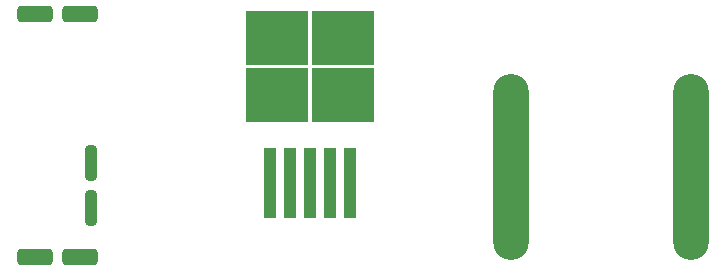
<source format=gbr>
%TF.GenerationSoftware,KiCad,Pcbnew,6.0.2+dfsg-1*%
%TF.CreationDate,2025-02-13T14:12:05+01:00*%
%TF.ProjectId,LM259610,4c4d3235-3936-4313-902e-6b696361645f,rev?*%
%TF.SameCoordinates,Original*%
%TF.FileFunction,Paste,Top*%
%TF.FilePolarity,Positive*%
%FSLAX46Y46*%
G04 Gerber Fmt 4.6, Leading zero omitted, Abs format (unit mm)*
G04 Created by KiCad (PCBNEW 6.0.2+dfsg-1) date 2025-02-13 14:12:05*
%MOMM*%
%LPD*%
G01*
G04 APERTURE LIST*
G04 Aperture macros list*
%AMRoundRect*
0 Rectangle with rounded corners*
0 $1 Rounding radius*
0 $2 $3 $4 $5 $6 $7 $8 $9 X,Y pos of 4 corners*
0 Add a 4 corners polygon primitive as box body*
4,1,4,$2,$3,$4,$5,$6,$7,$8,$9,$2,$3,0*
0 Add four circle primitives for the rounded corners*
1,1,$1+$1,$2,$3*
1,1,$1+$1,$4,$5*
1,1,$1+$1,$6,$7*
1,1,$1+$1,$8,$9*
0 Add four rect primitives between the rounded corners*
20,1,$1+$1,$2,$3,$4,$5,0*
20,1,$1+$1,$4,$5,$6,$7,0*
20,1,$1+$1,$6,$7,$8,$9,0*
20,1,$1+$1,$8,$9,$2,$3,0*%
G04 Aperture macros list end*
%ADD10RoundRect,0.341463X-1.171037X-0.358537X1.171037X-0.358537X1.171037X0.358537X-1.171037X0.358537X0*%
%ADD11RoundRect,1.520000X0.000000X-6.355000X0.000000X-6.355000X0.000000X6.355000X0.000000X6.355000X0*%
%ADD12RoundRect,0.341463X1.171037X0.358537X-1.171037X0.358537X-1.171037X-0.358537X1.171037X-0.358537X0*%
%ADD13R,5.250000X4.550000*%
%ADD14R,1.100000X6.000000*%
%ADD15RoundRect,0.237500X0.237500X-1.262500X0.237500X1.262500X-0.237500X1.262500X-0.237500X-1.262500X0*%
G04 APERTURE END LIST*
D10*
%TO.C,R1*%
X132707500Y-106426000D03*
X136532500Y-106426000D03*
%TD*%
D11*
%TO.C,L1*%
X172974000Y-119380000D03*
X188214000Y-119380000D03*
%TD*%
D12*
%TO.C,R2*%
X136532500Y-127000000D03*
X132707500Y-127000000D03*
%TD*%
D13*
%TO.C,U1*%
X153181000Y-108443000D03*
X158731000Y-113293000D03*
X158731000Y-108443000D03*
X153181000Y-113293000D03*
D14*
X152556000Y-120718000D03*
X154256000Y-120718000D03*
X155956000Y-120718000D03*
X157656000Y-120718000D03*
X159356000Y-120718000D03*
%TD*%
D15*
%TO.C,R3*%
X137414000Y-122829000D03*
X137414000Y-118979000D03*
%TD*%
M02*

</source>
